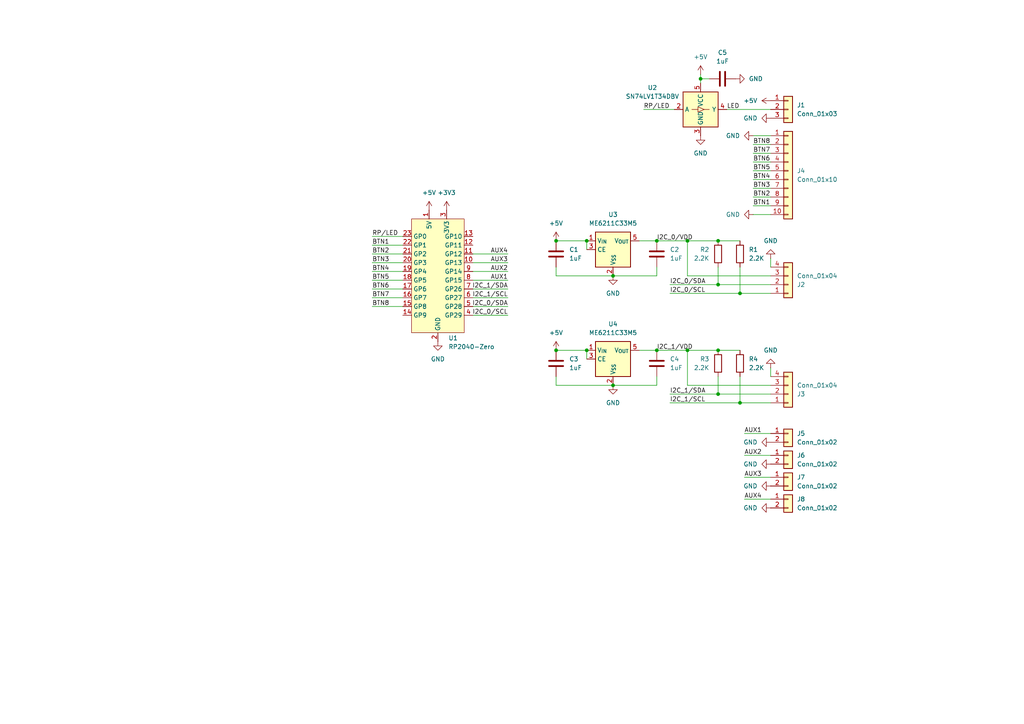
<source format=kicad_sch>
(kicad_sch (version 20231120) (generator "eeschema") (generator_version "8.0")
  (paper "A4")
  (lib_symbols
    (symbol "Connector_Generic:Conn_01x02" (pin_names (offset 1.016) hide)
      (property "Reference" "J" (at 0 2.54 0))
      (property "Value" "Conn_01x02" (at 0 -5.08 0))
      (symbol "Conn_01x02_1_1"
        (rectangle (start -1.27 -2.413) (end 0 -2.667) (stroke (width 0.1524)))
        (rectangle (start -1.27 0.127) (end 0 -0.127) (stroke (width 0.1524)))
        (rectangle (start -1.27 1.27) (end 1.27 -3.81) (stroke (width 0.254)) (fill (type background)))
        (pin passive line (at -5.08 0 0) (length 3.81) (name "Pin_1") (number "1"))
        (pin passive line (at -5.08 -2.54 0) (length 3.81) (name "Pin_2") (number "2"))
      )
    )
    (symbol "Connector_Generic:Conn_01x03" (pin_names (offset 1.016) hide)
      (property "Reference" "J" (at 0 5.08 0))
      (property "Value" "Conn_01x03" (at 0 -5.08 0))
      (symbol "Conn_01x03_1_1"
        (rectangle (start -1.27 -2.413) (end 0 -2.667) (stroke (width 0.1524)))
        (rectangle (start -1.27 0.127) (end 0 -0.127) (stroke (width 0.1524)))
        (rectangle (start -1.27 2.667) (end 0 2.413) (stroke (width 0.1524)))
        (rectangle (start -1.27 3.81) (end 1.27 -3.81) (stroke (width 0.254)) (fill (type background)))
        (pin passive line (at -5.08 2.54 0) (length 3.81) (name "Pin_1") (number "1"))
        (pin passive line (at -5.08 0 0) (length 3.81) (name "Pin_2") (number "2"))
        (pin passive line (at -5.08 -2.54 0) (length 3.81) (name "Pin_3") (number "3"))
      )
    )
    (symbol "Connector_Generic:Conn_01x04" (pin_names (offset 1.016) hide)
      (property "Reference" "J" (at 0 5.08 0))
      (property "Value" "Conn_01x04" (at 0 -7.62 0))
      (symbol "Conn_01x04_1_1"
        (rectangle (start -1.27 -4.953) (end 0 -5.207) (stroke (width 0.1524)))
        (rectangle (start -1.27 -2.413) (end 0 -2.667) (stroke (width 0.1524)))
        (rectangle (start -1.27 0.127) (end 0 -0.127) (stroke (width 0.1524)))
        (rectangle (start -1.27 2.667) (end 0 2.413) (stroke (width 0.1524)))
        (rectangle (start -1.27 3.81) (end 1.27 -6.35) (stroke (width 0.254)) (fill (type background)))
        (pin passive line (at -5.08 2.54 0) (length 3.81) (name "Pin_1") (number "1"))
        (pin passive line (at -5.08 0 0) (length 3.81) (name "Pin_2") (number "2"))
        (pin passive line (at -5.08 -2.54 0) (length 3.81) (name "Pin_3") (number "3"))
        (pin passive line (at -5.08 -5.08 0) (length 3.81) (name "Pin_4") (number "4"))
      )
    )
    (symbol "Connector_Generic:Conn_01x10" (pin_names (offset 1.016) hide)
      (property "Reference" "J" (at 0 12.7 0))
      (property "Value" "Conn_01x10" (at 0 -15.24 0))
      (symbol "Conn_01x10_1_1"
        (rectangle (start -1.27 -12.573) (end 0 -12.827) (stroke (width 0.1524)))
        (rectangle (start -1.27 -10.033) (end 0 -10.287) (stroke (width 0.1524)))
        (rectangle (start -1.27 -7.493) (end 0 -7.747) (stroke (width 0.1524)))
        (rectangle (start -1.27 -4.953) (end 0 -5.207) (stroke (width 0.1524)))
        (rectangle (start -1.27 -2.413) (end 0 -2.667) (stroke (width 0.1524)))
        (rectangle (start -1.27 0.127) (end 0 -0.127) (stroke (width 0.1524)))
        (rectangle (start -1.27 2.667) (end 0 2.413) (stroke (width 0.1524)))
        (rectangle (start -1.27 5.207) (end 0 4.953) (stroke (width 0.1524)))
        (rectangle (start -1.27 7.747) (end 0 7.493) (stroke (width 0.1524)))
        (rectangle (start -1.27 10.287) (end 0 10.033) (stroke (width 0.1524)))
        (rectangle (start -1.27 11.43) (end 1.27 -13.97) (stroke (width 0.254)) (fill (type background)))
        (pin passive line (at -5.08 10.16 0) (length 3.81) (name "Pin_1") (number "1"))
        (pin passive line (at -5.08 -12.7 0) (length 3.81) (name "Pin_10") (number "10"))
        (pin passive line (at -5.08 7.62 0) (length 3.81) (name "Pin_2") (number "2"))
        (pin passive line (at -5.08 5.08 0) (length 3.81) (name "Pin_3") (number "3"))
        (pin passive line (at -5.08 2.54 0) (length 3.81) (name "Pin_4") (number "4"))
        (pin passive line (at -5.08 0 0) (length 3.81) (name "Pin_5") (number "5"))
        (pin passive line (at -5.08 -2.54 0) (length 3.81) (name "Pin_6") (number "6"))
        (pin passive line (at -5.08 -5.08 0) (length 3.81) (name "Pin_7") (number "7"))
        (pin passive line (at -5.08 -7.62 0) (length 3.81) (name "Pin_8") (number "8"))
        (pin passive line (at -5.08 -10.16 0) (length 3.81) (name "Pin_9") (number "9"))
      )
    )
    (symbol "Device:C" (pin_numbers hide) (pin_names (offset 0.254))
      (property "Reference" "C" (at 0.635 2.54 0))
      (property "Value" "C" (at 0.635 -2.54 0))
      (symbol "C_0_1"
        (polyline (pts (xy -2.032 -0.762) (xy 2.032 -0.762)) (stroke (width 0.508)))
        (polyline (pts (xy -2.032 0.762) (xy 2.032 0.762)) (stroke (width 0.508)))
      )
      (symbol "C_1_1"
        (pin passive line (at 0 3.81 270) (length 2.794) (name "~") (number "1"))
        (pin passive line (at 0 -3.81 90) (length 2.794) (name "~") (number "2"))
      )
    )
    (symbol "Device:R" (pin_numbers hide) (pin_names (offset 0))
      (property "Reference" "R" (at 2.032 0 90))
      (property "Value" "R" (at 0 0 90))
      (symbol "R_0_1"
        (rectangle (start -1.016 -2.54) (end 1.016 2.54) (stroke (width 0.254)))
      )
      (symbol "R_1_1"
        (pin passive line (at 0 3.81 270) (length 1.27) (name "~") (number "1"))
        (pin passive line (at 0 -3.81 90) (length 1.27) (name "~") (number "2"))
      )
    )
    (symbol "Logic_LevelTranslator:SN74LV1T34DBV"
      (property "Reference" "U" (at 5.08 6.35 0))
      (property "Value" "SN74LV1T34DBV" (at 5.08 3.81 0))
      (symbol "SN74LV1T34DBV_0_1"
        (rectangle (start -5.08 5.08) (end 5.08 -5.08) (stroke (width 0.254)) (fill (type background)))
        (polyline (pts (xy -0.762 0) (xy -2.54 0)))
        (polyline (pts (xy 1.016 0) (xy 2.54 0)))
      )
      (symbol "SN74LV1T34DBV_1_1"
        (polyline (pts (xy -0.762 -0.762) (xy -0.762 0.762) (xy 1.016 0) (xy -0.762 -0.762)))
        (pin no_connect line (at -5.08 2.54 0) (length 2.54) hide (name "NC") (number "1"))
        (pin input line (at -7.62 0 0) (length 2.54) (name "A") (number "2"))
        (pin power_in line (at 0 -7.62 90) (length 2.54) (name "GND") (number "3"))
        (pin output line (at 7.62 0 180) (length 2.54) (name "Y") (number "4"))
        (pin power_in line (at 0 7.62 270) (length 2.54) (name "VCC") (number "5"))
      )
    )
    (symbol "Modules:RP2040-Zero"
      (property "Reference" "U" (at -6.858 1.27 0))
      (property "Value" "RP2040-Zero" (at -8.89 5.08 0))
      (symbol "RP2040-Zero_1_1"
        (rectangle (start -7.62 0) (end 7.62 -33.02) (fill (type background)))
        (pin bidirectional line (at -2.54 2.54 270) (length 2.54) (name "5V") (number "1"))
        (pin bidirectional line (at 10.16 -12.7 180) (length 2.54) (name "GP13") (number "10"))
        (pin bidirectional line (at 10.16 -10.16 180) (length 2.54) (name "GP12") (number "11"))
        (pin bidirectional line (at 10.16 -7.62 180) (length 2.54) (name "GP11") (number "12"))
        (pin bidirectional line (at 10.16 -5.08 180) (length 2.54) (name "GP10") (number "13"))
        (pin bidirectional line (at -10.16 -27.94 0) (length 2.54) (name "GP9") (number "14"))
        (pin bidirectional line (at -10.16 -25.4 0) (length 2.54) (name "GP8") (number "15"))
        (pin bidirectional line (at -10.16 -22.86 0) (length 2.54) (name "GP7") (number "16"))
        (pin bidirectional line (at -10.16 -20.32 0) (length 2.54) (name "GP6") (number "17"))
        (pin bidirectional line (at -10.16 -17.78 0) (length 2.54) (name "GP5") (number "18"))
        (pin bidirectional line (at -10.16 -15.24 0) (length 2.54) (name "GP4") (number "19"))
        (pin bidirectional line (at 0 -35.56 90) (length 2.54) (name "GND") (number "2"))
        (pin bidirectional line (at -10.16 -12.7 0) (length 2.54) (name "GP3") (number "20"))
        (pin bidirectional line (at -10.16 -10.16 0) (length 2.54) (name "GP2") (number "21"))
        (pin bidirectional line (at -10.16 -7.62 0) (length 2.54) (name "GP1") (number "22"))
        (pin bidirectional line (at -10.16 -5.08 0) (length 2.54) (name "GP0") (number "23"))
        (pin bidirectional line (at 2.54 2.54 270) (length 2.54) (name "3V3") (number "3"))
        (pin bidirectional line (at 10.16 -27.94 180) (length 2.54) (name "GP29") (number "4"))
        (pin bidirectional line (at 10.16 -25.4 180) (length 2.54) (name "GP28") (number "5"))
        (pin bidirectional line (at 10.16 -22.86 180) (length 2.54) (name "GP27") (number "6"))
        (pin bidirectional line (at 10.16 -20.32 180) (length 2.54) (name "GP26") (number "7"))
        (pin bidirectional line (at 10.16 -17.78 180) (length 2.54) (name "GP15") (number "8"))
        (pin bidirectional line (at 10.16 -15.24 180) (length 2.54) (name "GP14") (number "9"))
      )
    )
    (symbol "Regulator_Linear:ME6211C33M5"
      (property "Reference" "U" (at -4.572 6.35 0))
      (property "Value" "ME6211C33M5" (at 10.16 8.636 0))
      (symbol "ME6211C33M5_1_1"
        (rectangle (start -5.08 5.08) (end 5.08 -5.08) (stroke (width 0.254)) (fill (type background)))
        (pin power_in line (at -7.62 2.54 0) (length 2.54) (name "V_{IN}") (number "1"))
        (pin power_in line (at 0 -7.62 90) (length 2.54) (name "V_{SS}") (number "2"))
        (pin input line (at -7.62 0 0) (length 2.54) (name "CE") (number "3"))
        (pin no_connect line (at 5.08 0 180) (length 2.54) hide (name "NC") (number "4"))
        (pin power_out line (at 7.62 2.54 180) (length 2.54) (name "V_{OUT}") (number "5"))
      )
    )
    (symbol "power:+3V3" (power) (pin_numbers hide) (pin_names (offset 0) hide)
      (property "Value" "+3V3" (at 0 3.556 0))
      (symbol "+3V3_0_1"
        (polyline (pts (xy -0.762 1.27) (xy 0 2.54)))
        (polyline (pts (xy 0 0) (xy 0 2.54)))
        (polyline (pts (xy 0 2.54) (xy 0.762 1.27)))
      )
      (symbol "+3V3_1_1"
        (pin power_in line (at 0 0 90) (length 0) (name "~") (number "1"))
      )
    )
    (symbol "power:+5V" (power) (pin_numbers hide) (pin_names (offset 0) hide)
      (property "Value" "+5V" (at 0 3.556 0))
      (symbol "+5V_0_1"
        (polyline (pts (xy -0.762 1.27) (xy 0 2.54)))
        (polyline (pts (xy 0 0) (xy 0 2.54)))
        (polyline (pts (xy 0 2.54) (xy 0.762 1.27)))
      )
      (symbol "+5V_1_1"
        (pin power_in line (at 0 0 90) (length 0) (name "~") (number "1"))
      )
    )
    (symbol "power:GND" (power) (pin_numbers hide) (pin_names (offset 0) hide)
      (property "Value" "GND" (at 0 -3.81 0))
      (symbol "GND_0_1"
        (polyline (pts (xy 0 0) (xy 0 -1.27) (xy 1.27 -1.27) (xy 0 -2.54) (xy -1.27 -1.27) (xy 0 -1.27)))
      )
      (symbol "GND_1_1"
        (pin power_in line (at 0 0 270) (length 0) (name "~") (number "1"))
      )
    )
  )
  (junction (at 177.8 80.01))
  (junction (at 208.28 114.3))
  (junction (at 177.8 111.76))
  (junction (at 170.18 69.85))
  (junction (at 190.5 69.85))
  (junction (at 214.63 85.09))
  (junction (at 161.29 69.85))
  (junction (at 208.28 69.85))
  (junction (at 199.39 69.85))
  (junction (at 190.5 101.6))
  (junction (at 199.39 101.6))
  (junction (at 203.2 22.86))
  (junction (at 208.28 82.55))
  (junction (at 214.63 116.84))
  (junction (at 170.18 101.6))
  (junction (at 161.29 101.6))
  (junction (at 208.28 101.6))
  (wire (pts (xy 194.31 85.09) (xy 214.63 85.09)))
  (wire (pts (xy 186.69 31.75) (xy 195.58 31.75)))
  (wire (pts (xy 194.31 82.55) (xy 208.28 82.55)))
  (wire (pts (xy 218.44 52.07) (xy 223.52 52.07)))
  (wire (pts (xy 107.95 86.36) (xy 116.84 86.36)))
  (wire (pts (xy 214.63 109.22) (xy 214.63 116.84)))
  (wire (pts (xy 107.95 68.58) (xy 116.84 68.58)))
  (wire (pts (xy 161.29 109.22) (xy 161.29 111.76)))
  (wire (pts (xy 223.52 109.22) (xy 223.52 106.68)))
  (wire (pts (xy 203.2 22.86) (xy 205.74 22.86)))
  (wire (pts (xy 199.39 101.6) (xy 208.28 101.6)))
  (wire (pts (xy 203.2 21.59) (xy 203.2 22.86)))
  (wire (pts (xy 208.28 82.55) (xy 223.52 82.55)))
  (wire (pts (xy 161.29 101.6) (xy 170.18 101.6)))
  (wire (pts (xy 161.29 80.01) (xy 177.8 80.01)))
  (wire (pts (xy 199.39 111.76) (xy 199.39 101.6)))
  (wire (pts (xy 208.28 109.22) (xy 208.28 114.3)))
  (wire (pts (xy 107.95 71.12) (xy 116.84 71.12)))
  (wire (pts (xy 218.44 62.23) (xy 223.52 62.23)))
  (wire (pts (xy 147.32 73.66) (xy 137.16 73.66)))
  (wire (pts (xy 199.39 69.85) (xy 208.28 69.85)))
  (wire (pts (xy 177.8 80.01) (xy 190.5 80.01)))
  (wire (pts (xy 208.28 69.85) (xy 214.63 69.85)))
  (wire (pts (xy 190.5 69.85) (xy 199.39 69.85)))
  (wire (pts (xy 170.18 101.6) (xy 170.18 104.14)))
  (wire (pts (xy 147.32 83.82) (xy 137.16 83.82)))
  (wire (pts (xy 218.44 59.69) (xy 223.52 59.69)))
  (wire (pts (xy 218.44 57.15) (xy 223.52 57.15)))
  (wire (pts (xy 214.63 116.84) (xy 223.52 116.84)))
  (wire (pts (xy 199.39 111.76) (xy 223.52 111.76)))
  (wire (pts (xy 107.95 88.9) (xy 116.84 88.9)))
  (wire (pts (xy 218.44 39.37) (xy 223.52 39.37)))
  (wire (pts (xy 147.32 76.2) (xy 137.16 76.2)))
  (wire (pts (xy 214.63 85.09) (xy 223.52 85.09)))
  (wire (pts (xy 107.95 78.74) (xy 116.84 78.74)))
  (wire (pts (xy 215.9 144.78) (xy 223.52 144.78)))
  (wire (pts (xy 190.5 101.6) (xy 185.42 101.6)))
  (wire (pts (xy 161.29 77.47) (xy 161.29 80.01)))
  (wire (pts (xy 147.32 86.36) (xy 137.16 86.36)))
  (wire (pts (xy 208.28 114.3) (xy 223.52 114.3)))
  (wire (pts (xy 208.28 77.47) (xy 208.28 82.55)))
  (wire (pts (xy 147.32 88.9) (xy 137.16 88.9)))
  (wire (pts (xy 177.8 111.76) (xy 190.5 111.76)))
  (wire (pts (xy 147.32 81.28) (xy 137.16 81.28)))
  (wire (pts (xy 194.31 116.84) (xy 214.63 116.84)))
  (wire (pts (xy 194.31 114.3) (xy 208.28 114.3)))
  (wire (pts (xy 190.5 69.85) (xy 185.42 69.85)))
  (wire (pts (xy 199.39 80.01) (xy 199.39 69.85)))
  (wire (pts (xy 223.52 77.47) (xy 223.52 74.93)))
  (wire (pts (xy 161.29 111.76) (xy 177.8 111.76)))
  (wire (pts (xy 223.52 31.75) (xy 210.82 31.75)))
  (wire (pts (xy 218.44 49.53) (xy 223.52 49.53)))
  (wire (pts (xy 215.9 125.73) (xy 223.52 125.73)))
  (wire (pts (xy 218.44 44.45) (xy 223.52 44.45)))
  (wire (pts (xy 215.9 138.43) (xy 223.52 138.43)))
  (wire (pts (xy 147.32 78.74) (xy 137.16 78.74)))
  (wire (pts (xy 199.39 80.01) (xy 223.52 80.01)))
  (wire (pts (xy 218.44 54.61) (xy 223.52 54.61)))
  (wire (pts (xy 147.32 91.44) (xy 137.16 91.44)))
  (wire (pts (xy 107.95 76.2) (xy 116.84 76.2)))
  (wire (pts (xy 107.95 83.82) (xy 116.84 83.82)))
  (wire (pts (xy 215.9 132.08) (xy 223.52 132.08)))
  (wire (pts (xy 218.44 41.91) (xy 223.52 41.91)))
  (wire (pts (xy 199.39 101.6) (xy 190.5 101.6)))
  (wire (pts (xy 107.95 73.66) (xy 116.84 73.66)))
  (wire (pts (xy 170.18 69.85) (xy 170.18 72.39)))
  (wire (pts (xy 203.2 22.86) (xy 203.2 24.13)))
  (wire (pts (xy 208.28 101.6) (xy 214.63 101.6)))
  (wire (pts (xy 107.95 81.28) (xy 116.84 81.28)))
  (wire (pts (xy 214.63 77.47) (xy 214.63 85.09)))
  (wire (pts (xy 218.44 46.99) (xy 223.52 46.99)))
  (wire (pts (xy 190.5 80.01) (xy 190.5 77.47)))
  (wire (pts (xy 190.5 111.76) (xy 190.5 109.22)))
  (wire (pts (xy 161.29 69.85) (xy 170.18 69.85)))
  (label "BTN3" (at 107.95 76.2 0))
  (label "BTN7" (at 107.95 86.36 0))
  (label "BTN1" (at 107.95 71.12 0))
  (label "I2C_1{slash}SDA" (at 147.32 83.82 180))
  (label "BTN7" (at 218.44 44.45 0))
  (label "BTN5" (at 107.95 81.28 0))
  (label "AUX1" (at 215.9 125.73 0))
  (label "AUX4" (at 147.32 73.66 180))
  (label "BTN2" (at 218.44 57.15 0))
  (label "BTN3" (at 218.44 54.61 0))
  (label "BTN4" (at 218.44 52.07 0))
  (label "I2C_0{slash}SDA" (at 194.31 82.55 0))
  (label "AUX2" (at 147.32 78.74 180))
  (label "I2C_0{slash}SCL" (at 194.31 85.09 0))
  (label "BTN8" (at 107.95 88.9 0))
  (label "BTN6" (at 107.95 83.82 0))
  (label "AUX3" (at 147.32 76.2 180))
  (label "LED" (at 210.82 31.75 0))
  (label "I2C_1{slash}VDD" (at 190.5 101.6 0))
  (label "BTN4" (at 107.95 78.74 0))
  (label "I2C_0{slash}SDA" (at 147.32 88.9 180))
  (label "AUX3" (at 215.9 138.43 0))
  (label "RP{slash}LED" (at 107.95 68.58 0))
  (label "RP{slash}LED" (at 186.69 31.75 0))
  (label "I2C_0{slash}VDD" (at 190.5 69.85 0))
  (label "I2C_0{slash}SCL" (at 147.32 91.44 180))
  (label "BTN5" (at 218.44 49.53 0))
  (label "AUX2" (at 215.9 132.08 0))
  (label "BTN1" (at 218.44 59.69 0))
  (label "AUX4" (at 215.9 144.78 0))
  (label "I2C_1{slash}SCL" (at 147.32 86.36 180))
  (label "BTN6" (at 218.44 46.99 0))
  (label "I2C_1{slash}SDA" (at 194.31 114.3 0))
  (label "BTN8" (at 218.44 41.91 0))
  (label "BTN2" (at 107.95 73.66 0))
  (label "I2C_1{slash}SCL" (at 194.31 116.84 0))
  (label "AUX1" (at 147.32 81.28 180))
  (symbol (lib_id "power:GND") (at 223.52 140.97 270) (unit 1)
    (property "Reference" "#PWR017" (effects (hide yes)))
    (property "Value" "GND" (at 219.71 140.9699 90) (effects (justify right)))
    (property "Description" "Power symbol creates a global label with name \"GND\" , ground" (effects (hide yes)))
  )
  (symbol (lib_id "Device:C") (at 190.5 105.41 0) (unit 1)
    (property "Reference" "C4" (at 194.31 104.1399 0) (effects (justify left)))
    (property "Value" "1uF" (at 194.31 106.6799 0) (effects (justify left)))
    (property "Footprint" "Capacitor_SMD:C_0603_1608Metric" (effects (hide yes)))
    (property "Description" "Unpolarized capacitor" (effects (hide yes)))
  )
  (symbol (lib_id "power:+5V") (at 223.52 29.21 90) (mirror x) (unit 1)
    (property "Reference" "#PWR08" (effects (hide yes)))
    (property "Value" "+5V" (at 219.71 29.2099 90) (effects (justify left)))
    (property "Description" "Power symbol creates a global label with name \"+5V\"" (effects (hide yes)))
  )
  (symbol (lib_id "power:GND") (at 223.52 106.68 180) (unit 1)
    (property "Reference" "#PWR016" (effects (hide yes)))
    (property "Value" "GND" (at 223.52 101.6 0))
    (property "Description" "Power symbol creates a global label with name \"GND\" , ground" (effects (hide yes)))
  )
  (symbol (lib_id "Connector_Generic:Conn_01x02") (at 228.6 144.78 0) (unit 1)
    (property "Reference" "J8" (at 231.14 144.7799 0) (effects (justify left)))
    (property "Value" "Conn_01x02" (at 231.14 147.3199 0) (effects (justify left)))
    (property "Footprint" "Connector_Molex:Molex_PicoBlade_53048-0210_1x02_P1.25mm_Horizontal" (effects (hide yes)))
    (property "Description" "Generic connector, single row, 01x02, script generated (kicad-library-utils/schlib/autogen/connector/)" (effects (hide yes)))
  )
  (symbol (lib_id "power:+5V") (at 161.29 69.85 0) (unit 1)
    (property "Reference" "#PWR012" (effects (hide yes)))
    (property "Value" "+5V" (at 161.29 64.77 0))
    (property "Description" "Power symbol creates a global label with name \"+5V\"" (effects (hide yes)))
  )
  (symbol (lib_id "power:GND") (at 223.52 34.29 270) (mirror x) (unit 1)
    (property "Reference" "#PWR09" (effects (hide yes)))
    (property "Value" "GND" (at 219.71 34.2899 90) (effects (justify right)))
    (property "Description" "Power symbol creates a global label with name \"GND\" , ground" (effects (hide yes)))
  )
  (symbol (lib_id "Regulator_Linear:ME6211C33M5") (at 177.8 104.14 0) (unit 1)
    (property "Reference" "U4" (at 177.8 93.98 0))
    (property "Value" "ME6211C33M5" (at 177.8 96.52 0))
    (property "Footprint" "Package_TO_SOT_SMD:SOT-23-5" (effects (hide yes)))
    (property "Datasheet" "https://www.lcsc.com/datasheet/lcsc_datasheet_2304140030_MICRONE-Nanjing-Micro-One-Elec-ME6211C33R5G_C235316.pdf" (effects (hide yes)))
    (property "Description" "500mA low dropout linear regulator, shutdown pin, 6.5V max input voltage, 3.3V fixed positive output, SOT-23-5" (effects (hide yes)))
  )
  (symbol (lib_id "Connector_Generic:Conn_01x02") (at 228.6 125.73 0) (unit 1)
    (property "Reference" "J5" (at 231.14 125.7299 0) (effects (justify left)))
    (property "Value" "Conn_01x02" (at 231.14 128.2699 0) (effects (justify left)))
    (property "Footprint" "Connector_Molex:Molex_PicoBlade_53048-0210_1x02_P1.25mm_Horizontal" (effects (hide yes)))
    (property "Description" "Generic connector, single row, 01x02, script generated (kicad-library-utils/schlib/autogen/connector/)" (effects (hide yes)))
  )
  (symbol (lib_id "power:GND") (at 213.36 22.86 90) (mirror x) (unit 1)
    (property "Reference" "#PWR06" (effects (hide yes)))
    (property "Value" "GND" (at 217.17 22.8599 90) (effects (justify right)))
    (property "Description" "Power symbol creates a global label with name \"GND\" , ground" (effects (hide yes)))
  )
  (symbol (lib_id "power:GND") (at 223.52 147.32 270) (unit 1)
    (property "Reference" "#PWR020" (effects (hide yes)))
    (property "Value" "GND" (at 219.71 147.3199 90) (effects (justify right)))
    (property "Description" "Power symbol creates a global label with name \"GND\" , ground" (effects (hide yes)))
  )
  (symbol (lib_id "power:GND") (at 223.52 74.93 180) (unit 1)
    (property "Reference" "#PWR010" (effects (hide yes)))
    (property "Value" "GND" (at 223.52 69.85 0))
    (property "Description" "Power symbol creates a global label with name \"GND\" , ground" (effects (hide yes)))
  )
  (symbol (lib_id "power:GND") (at 203.2 39.37 0) (mirror y) (unit 1)
    (property "Reference" "#PWR05" (effects (hide yes)))
    (property "Value" "GND" (at 203.2 44.45 0))
    (property "Description" "Power symbol creates a global label with name \"GND\" , ground" (effects (hide yes)))
  )
  (symbol (lib_id "power:+5V") (at 124.46 60.96 0) (unit 1)
    (property "Reference" "#PWR01" (effects (hide yes)))
    (property "Value" "+5V" (at 124.46 55.88 0))
    (property "Description" "Power symbol creates a global label with name \"+5V\"" (effects (hide yes)))
  )
  (symbol (lib_id "Connector_Generic:Conn_01x02") (at 228.6 138.43 0) (unit 1)
    (property "Reference" "J7" (at 231.14 138.4299 0) (effects (justify left)))
    (property "Value" "Conn_01x02" (at 231.14 140.9699 0) (effects (justify left)))
    (property "Footprint" "Connector_Molex:Molex_PicoBlade_53048-0210_1x02_P1.25mm_Horizontal" (effects (hide yes)))
    (property "Description" "Generic connector, single row, 01x02, script generated (kicad-library-utils/schlib/autogen/connector/)" (effects (hide yes)))
  )
  (symbol (lib_id "power:GND") (at 218.44 62.23 270) (unit 1)
    (property "Reference" "#PWR018" (effects (hide yes)))
    (property "Value" "GND" (at 214.63 62.2299 90) (effects (justify right)))
    (property "Description" "Power symbol creates a global label with name \"GND\" , ground" (effects (hide yes)))
  )
  (symbol (lib_id "Device:C") (at 161.29 105.41 0) (unit 1)
    (property "Reference" "C3" (at 165.1 104.1399 0) (effects (justify left)))
    (property "Value" "1uF" (at 165.1 106.6799 0) (effects (justify left)))
    (property "Footprint" "Capacitor_SMD:C_0603_1608Metric" (effects (hide yes)))
    (property "Description" "Unpolarized capacitor" (effects (hide yes)))
  )
  (symbol (lib_id "Device:C") (at 190.5 73.66 0) (unit 1)
    (property "Reference" "C2" (at 194.31 72.3899 0) (effects (justify left)))
    (property "Value" "1uF" (at 194.31 74.9299 0) (effects (justify left)))
    (property "Footprint" "Capacitor_SMD:C_0603_1608Metric" (effects (hide yes)))
    (property "Description" "Unpolarized capacitor" (effects (hide yes)))
  )
  (symbol (lib_id "power:+5V") (at 161.29 101.6 0) (unit 1)
    (property "Reference" "#PWR014" (effects (hide yes)))
    (property "Value" "+5V" (at 161.29 96.52 0))
    (property "Description" "Power symbol creates a global label with name \"+5V\"" (effects (hide yes)))
  )
  (symbol (lib_id "power:GND") (at 218.44 39.37 270) (unit 1)
    (property "Reference" "#PWR019" (effects (hide yes)))
    (property "Value" "GND" (at 214.63 39.3699 90) (effects (justify right)))
    (property "Description" "Power symbol creates a global label with name \"GND\" , ground" (effects (hide yes)))
  )
  (symbol (lib_id "Connector_Generic:Conn_01x04") (at 228.6 114.3 0) (mirror x) (unit 1)
    (property "Reference" "J3" (at 231.14 114.3001 0) (effects (justify left)))
    (property "Value" "Conn_01x04" (at 231.14 111.7601 0) (effects (justify left)))
    (property "Footprint" "Connector_Molex:Molex_PicoBlade_53048-0410_1x04_P1.25mm_Horizontal" (effects (hide yes)))
    (property "Description" "Generic connector, single row, 01x04, script generated (kicad-library-utils/schlib/autogen/connector/)" (effects (hide yes)))
  )
  (symbol (lib_id "power:GND") (at 177.8 111.76 0) (unit 1)
    (property "Reference" "#PWR015" (effects (hide yes)))
    (property "Value" "GND" (at 177.8 116.84 0))
    (property "Description" "Power symbol creates a global label with name \"GND\" , ground" (effects (hide yes)))
  )
  (symbol (lib_id "Device:R") (at 214.63 73.66 0) (unit 1)
    (property "Reference" "R1" (at 217.17 72.3899 0) (effects (justify left)))
    (property "Value" "2.2K" (at 217.17 74.9299 0) (effects (justify left)))
    (property "Footprint" "Resistor_SMD:R_0603_1608Metric" (effects (hide yes)))
    (property "Description" "Resistor" (effects (hide yes)))
  )
  (symbol (lib_id "Connector_Generic:Conn_01x02") (at 228.6 132.08 0) (unit 1)
    (property "Reference" "J6" (at 231.14 132.0799 0) (effects (justify left)))
    (property "Value" "Conn_01x02" (at 231.14 134.6199 0) (effects (justify left)))
    (property "Footprint" "Connector_Molex:Molex_PicoBlade_53048-0210_1x02_P1.25mm_Horizontal" (effects (hide yes)))
    (property "Description" "Generic connector, single row, 01x02, script generated (kicad-library-utils/schlib/autogen/connector/)" (effects (hide yes)))
  )
  (symbol (lib_id "power:+5V") (at 203.2 21.59 0) (mirror y) (unit 1)
    (property "Reference" "#PWR04" (effects (hide yes)))
    (property "Value" "+5V" (at 203.2 16.51 0))
    (property "Description" "Power symbol creates a global label with name \"+5V\"" (effects (hide yes)))
  )
  (symbol (lib_id "power:GND") (at 127 99.06 0) (unit 1)
    (property "Reference" "#PWR03" (effects (hide yes)))
    (property "Value" "GND" (at 127 104.14 0))
    (property "Description" "Power symbol creates a global label with name \"GND\" , ground" (effects (hide yes)))
  )
  (symbol (lib_id "Device:R") (at 208.28 73.66 0) (mirror y) (unit 1)
    (property "Reference" "R2" (at 205.74 72.3899 0) (effects (justify left)))
    (property "Value" "2.2K" (at 205.74 74.9299 0) (effects (justify left)))
    (property "Footprint" "Resistor_SMD:R_0603_1608Metric" (effects (hide yes)))
    (property "Description" "Resistor" (effects (hide yes)))
  )
  (symbol (lib_id "Device:R") (at 214.63 105.41 0) (unit 1)
    (property "Reference" "R4" (at 217.17 104.1399 0) (effects (justify left)))
    (property "Value" "2.2K" (at 217.17 106.6799 0) (effects (justify left)))
    (property "Footprint" "Resistor_SMD:R_0603_1608Metric" (effects (hide yes)))
    (property "Description" "Resistor" (effects (hide yes)))
  )
  (symbol (lib_id "power:+3V3") (at 129.54 60.96 0) (unit 1)
    (property "Reference" "#PWR02" (effects (hide yes)))
    (property "Value" "+3V3" (at 129.54 55.88 0))
    (property "Description" "Power symbol creates a global label with name \"+3V3\"" (effects (hide yes)))
  )
  (symbol (lib_id "power:GND") (at 223.52 128.27 270) (unit 1)
    (property "Reference" "#PWR07" (effects (hide yes)))
    (property "Value" "GND" (at 219.71 128.2699 90) (effects (justify right)))
    (property "Description" "Power symbol creates a global label with name \"GND\" , ground" (effects (hide yes)))
  )
  (symbol (lib_id "power:GND") (at 223.52 134.62 270) (unit 1)
    (property "Reference" "#PWR013" (effects (hide yes)))
    (property "Value" "GND" (at 219.71 134.6199 90) (effects (justify right)))
    (property "Description" "Power symbol creates a global label with name \"GND\" , ground" (effects (hide yes)))
  )
  (symbol (lib_id "Connector_Generic:Conn_01x03") (at 228.6 31.75 0) (unit 1)
    (property "Reference" "J1" (at 231.14 30.4799 0) (effects (justify left)))
    (property "Value" "Conn_01x03" (at 231.14 33.0199 0) (effects (justify left)))
    (property "Footprint" "Connector_Molex:Molex_PicoBlade_53048-0310_1x03_P1.25mm_Horizontal" (effects (hide yes)))
    (property "Description" "Generic connector, single row, 01x03, script generated (kicad-library-utils/schlib/autogen/connector/)" (effects (hide yes)))
  )
  (symbol (lib_id "power:GND") (at 177.8 80.01 0) (unit 1)
    (property "Reference" "#PWR011" (effects (hide yes)))
    (property "Value" "GND" (at 177.8 85.09 0))
    (property "Description" "Power symbol creates a global label with name \"GND\" , ground" (effects (hide yes)))
  )
  (symbol (lib_id "Device:C") (at 161.29 73.66 0) (unit 1)
    (property "Reference" "C1" (at 165.1 72.3899 0) (effects (justify left)))
    (property "Value" "1uF" (at 165.1 74.9299 0) (effects (justify left)))
    (property "Footprint" "Capacitor_SMD:C_0603_1608Metric" (effects (hide yes)))
    (property "Description" "Unpolarized capacitor" (effects (hide yes)))
  )
  (symbol (lib_id "Connector_Generic:Conn_01x04") (at 228.6 82.55 0) (mirror x) (unit 1)
    (property "Reference" "J2" (at 231.14 82.5501 0) (effects (justify left)))
    (property "Value" "Conn_01x04" (at 231.14 80.0101 0) (effects (justify left)))
    (property "Footprint" "Connector_Molex:Molex_PicoBlade_53048-0410_1x04_P1.25mm_Horizontal" (effects (hide yes)))
    (property "Description" "Generic connector, single row, 01x04, script generated (kicad-library-utils/schlib/autogen/connector/)" (effects (hide yes)))
  )
  (symbol (lib_id "Connector_Generic:Conn_01x10") (at 228.6 49.53 0) (unit 1)
    (property "Reference" "J4" (at 231.14 49.5299 0) (effects (justify left)))
    (property "Value" "Conn_01x10" (at 231.14 52.0699 0) (effects (justify left)))
    (property "Footprint" "Connector_Molex:Molex_PicoBlade_53048-1010_1x10_P1.25mm_Horizontal" (effects (hide yes)))
    (property "Description" "Generic connector, single row, 01x10, script generated (kicad-library-utils/schlib/autogen/connector/)" (effects (hide yes)))
  )
  (symbol (lib_id "Regulator_Linear:ME6211C33M5") (at 177.8 72.39 0) (unit 1)
    (property "Reference" "U3" (at 177.8 62.23 0))
    (property "Value" "ME6211C33M5" (at 177.8 64.77 0))
    (property "Footprint" "Package_TO_SOT_SMD:SOT-23-5" (effects (hide yes)))
    (property "Datasheet" "https://www.lcsc.com/datasheet/lcsc_datasheet_2304140030_MICRONE-Nanjing-Micro-One-Elec-ME6211C33R5G_C235316.pdf" (effects (hide yes)))
    (property "Description" "500mA low dropout linear regulator, shutdown pin, 6.5V max input voltage, 3.3V fixed positive output, SOT-23-5" (effects (hide yes)))
  )
  (symbol (lib_id "Logic_LevelTranslator:SN74LV1T34DBV") (at 203.2 31.75 0) (unit 1)
    (property "Reference" "U2" (at 189.23 25.4314 0))
    (property "Value" "SN74LV1T34DBV" (at 189.23 27.9714 0))
    (property "Footprint" "Package_TO_SOT_SMD:SOT-23-5" (effects (hide yes)))
    (property "Datasheet" "https://www.ti.com/lit/ds/symlink/sn74lv1t34.pdf" (effects (hide yes)))
    (property "Description" "Single Power Supply, Single Buffer GATE, CMOS Logic, Level Shifter, SOT-23-5" (effects (hide yes)))
  )
  (symbol (lib_id "Device:C") (at 209.55 22.86 90) (mirror x) (unit 1)
    (property "Reference" "C5" (at 209.55 15.24 90))
    (property "Value" "1uF" (at 209.55 17.78 90))
    (property "Footprint" "Capacitor_SMD:C_0603_1608Metric" (effects (hide yes)))
    (property "Description" "Unpolarized capacitor" (effects (hide yes)))
  )
  (symbol (lib_id "Modules:RP2040-Zero") (at 127 63.5 0) (unit 1)
    (property "Reference" "U1" (at 130.048 98.044 0) (effects (justify left)))
    (property "Value" "RP2040-Zero" (at 130.048 100.584 0) (effects (justify left)))
    (property "Footprint" "Modules:RP2040-Zero" (effects (hide yes)))
  )
  (symbol (lib_id "Device:R") (at 208.28 105.41 0) (mirror y) (unit 1)
    (property "Reference" "R3" (at 205.74 104.1399 0) (effects (justify left)))
    (property "Value" "2.2K" (at 205.74 106.6799 0) (effects (justify left)))
    (property "Footprint" "Resistor_SMD:R_0603_1608Metric" (effects (hide yes)))
    (property "Description" "Resistor" (effects (hide yes)))
  )
)
</source>
